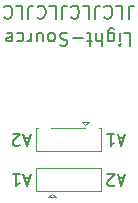
<source format=gto>
%TF.GenerationSoftware,KiCad,Pcbnew,5.1.0*%
%TF.CreationDate,2019-04-08T01:08:53+02:00*%
%TF.ProjectId,Illumination-PLCC4,496c6c75-6d69-46e6-9174-696f6e2d504c,rev?*%
%TF.SameCoordinates,Original*%
%TF.FileFunction,Legend,Top*%
%TF.FilePolarity,Positive*%
%FSLAX46Y46*%
G04 Gerber Fmt 4.6, Leading zero omitted, Abs format (unit mm)*
G04 Created by KiCad (PCBNEW 5.1.0) date 2019-04-08 01:08:53*
%MOMM*%
%LPD*%
G04 APERTURE LIST*
%ADD10C,0.160000*%
%ADD11C,0.150000*%
%ADD12C,0.120000*%
%ADD13R,1.500000X1.500000*%
%ADD14C,0.300000*%
%ADD15C,0.100000*%
%ADD16O,2.100000X2.100000*%
%ADD17R,2.100000X2.100000*%
%ADD18C,1.000200*%
G04 APERTURE END LIST*
D10*
X152580952Y-138102380D02*
X152580952Y-137316666D01*
X152633333Y-137159523D01*
X152738095Y-137054761D01*
X152895238Y-137002380D01*
X153000000Y-137002380D01*
X151533333Y-137002380D02*
X152057142Y-137002380D01*
X152057142Y-138102380D01*
X150538095Y-137107142D02*
X150590476Y-137054761D01*
X150747619Y-137002380D01*
X150852380Y-137002380D01*
X151009523Y-137054761D01*
X151114285Y-137159523D01*
X151166666Y-137264285D01*
X151219047Y-137473809D01*
X151219047Y-137630952D01*
X151166666Y-137840476D01*
X151114285Y-137945238D01*
X151009523Y-138050000D01*
X150852380Y-138102380D01*
X150747619Y-138102380D01*
X150590476Y-138050000D01*
X150538095Y-137997619D01*
X149752380Y-138102380D02*
X149752380Y-137316666D01*
X149804761Y-137159523D01*
X149909523Y-137054761D01*
X150066666Y-137002380D01*
X150171428Y-137002380D01*
X148704761Y-137002380D02*
X149228571Y-137002380D01*
X149228571Y-138102380D01*
X147709523Y-137107142D02*
X147761904Y-137054761D01*
X147919047Y-137002380D01*
X148023809Y-137002380D01*
X148180952Y-137054761D01*
X148285714Y-137159523D01*
X148338095Y-137264285D01*
X148390476Y-137473809D01*
X148390476Y-137630952D01*
X148338095Y-137840476D01*
X148285714Y-137945238D01*
X148180952Y-138050000D01*
X148023809Y-138102380D01*
X147919047Y-138102380D01*
X147761904Y-138050000D01*
X147709523Y-137997619D01*
X146923809Y-138102380D02*
X146923809Y-137316666D01*
X146976190Y-137159523D01*
X147080952Y-137054761D01*
X147238095Y-137002380D01*
X147342857Y-137002380D01*
X145876190Y-137002380D02*
X146400000Y-137002380D01*
X146400000Y-138102380D01*
X144880952Y-137107142D02*
X144933333Y-137054761D01*
X145090476Y-137002380D01*
X145195238Y-137002380D01*
X145352380Y-137054761D01*
X145457142Y-137159523D01*
X145509523Y-137264285D01*
X145561904Y-137473809D01*
X145561904Y-137630952D01*
X145509523Y-137840476D01*
X145457142Y-137945238D01*
X145352380Y-138050000D01*
X145195238Y-138102380D01*
X145090476Y-138102380D01*
X144933333Y-138050000D01*
X144880952Y-137997619D01*
X144095238Y-138102380D02*
X144095238Y-137316666D01*
X144147619Y-137159523D01*
X144252380Y-137054761D01*
X144409523Y-137002380D01*
X144514285Y-137002380D01*
X143047619Y-137002380D02*
X143571428Y-137002380D01*
X143571428Y-138102380D01*
X142052380Y-137107142D02*
X142104761Y-137054761D01*
X142261904Y-137002380D01*
X142366666Y-137002380D01*
X142523809Y-137054761D01*
X142628571Y-137159523D01*
X142680952Y-137264285D01*
X142733333Y-137473809D01*
X142733333Y-137630952D01*
X142680952Y-137840476D01*
X142628571Y-137945238D01*
X142523809Y-138050000D01*
X142366666Y-138102380D01*
X142261904Y-138102380D01*
X142104761Y-138050000D01*
X142052380Y-137997619D01*
X152214285Y-139302380D02*
X152738095Y-139302380D01*
X152738095Y-140402380D01*
X151847619Y-139302380D02*
X151847619Y-140035714D01*
X151847619Y-140402380D02*
X151900000Y-140350000D01*
X151847619Y-140297619D01*
X151795238Y-140350000D01*
X151847619Y-140402380D01*
X151847619Y-140297619D01*
X150852380Y-140035714D02*
X150852380Y-139145238D01*
X150904761Y-139040476D01*
X150957142Y-138988095D01*
X151061904Y-138935714D01*
X151219047Y-138935714D01*
X151323809Y-138988095D01*
X150852380Y-139354761D02*
X150957142Y-139302380D01*
X151166666Y-139302380D01*
X151271428Y-139354761D01*
X151323809Y-139407142D01*
X151376190Y-139511904D01*
X151376190Y-139826190D01*
X151323809Y-139930952D01*
X151271428Y-139983333D01*
X151166666Y-140035714D01*
X150957142Y-140035714D01*
X150852380Y-139983333D01*
X150328571Y-139302380D02*
X150328571Y-140402380D01*
X149857142Y-139302380D02*
X149857142Y-139878571D01*
X149909523Y-139983333D01*
X150014285Y-140035714D01*
X150171428Y-140035714D01*
X150276190Y-139983333D01*
X150328571Y-139930952D01*
X149490476Y-140035714D02*
X149071428Y-140035714D01*
X149333333Y-140402380D02*
X149333333Y-139459523D01*
X149280952Y-139354761D01*
X149176190Y-139302380D01*
X149071428Y-139302380D01*
X148704761Y-139721428D02*
X147866666Y-139721428D01*
X147395238Y-139354761D02*
X147238095Y-139302380D01*
X146976190Y-139302380D01*
X146871428Y-139354761D01*
X146819047Y-139407142D01*
X146766666Y-139511904D01*
X146766666Y-139616666D01*
X146819047Y-139721428D01*
X146871428Y-139773809D01*
X146976190Y-139826190D01*
X147185714Y-139878571D01*
X147290476Y-139930952D01*
X147342857Y-139983333D01*
X147395238Y-140088095D01*
X147395238Y-140192857D01*
X147342857Y-140297619D01*
X147290476Y-140350000D01*
X147185714Y-140402380D01*
X146923809Y-140402380D01*
X146766666Y-140350000D01*
X146138095Y-139302380D02*
X146242857Y-139354761D01*
X146295238Y-139407142D01*
X146347619Y-139511904D01*
X146347619Y-139826190D01*
X146295238Y-139930952D01*
X146242857Y-139983333D01*
X146138095Y-140035714D01*
X145980952Y-140035714D01*
X145876190Y-139983333D01*
X145823809Y-139930952D01*
X145771428Y-139826190D01*
X145771428Y-139511904D01*
X145823809Y-139407142D01*
X145876190Y-139354761D01*
X145980952Y-139302380D01*
X146138095Y-139302380D01*
X144828571Y-140035714D02*
X144828571Y-139302380D01*
X145300000Y-140035714D02*
X145300000Y-139459523D01*
X145247619Y-139354761D01*
X145142857Y-139302380D01*
X144985714Y-139302380D01*
X144880952Y-139354761D01*
X144828571Y-139407142D01*
X144304761Y-139302380D02*
X144304761Y-140035714D01*
X144304761Y-139826190D02*
X144252380Y-139930952D01*
X144200000Y-139983333D01*
X144095238Y-140035714D01*
X143990476Y-140035714D01*
X143152380Y-139354761D02*
X143257142Y-139302380D01*
X143466666Y-139302380D01*
X143571428Y-139354761D01*
X143623809Y-139407142D01*
X143676190Y-139511904D01*
X143676190Y-139826190D01*
X143623809Y-139930952D01*
X143571428Y-139983333D01*
X143466666Y-140035714D01*
X143257142Y-140035714D01*
X143152380Y-139983333D01*
X142261904Y-139354761D02*
X142366666Y-139302380D01*
X142576190Y-139302380D01*
X142680952Y-139354761D01*
X142733333Y-139459523D01*
X142733333Y-139878571D01*
X142680952Y-139983333D01*
X142576190Y-140035714D01*
X142366666Y-140035714D01*
X142261904Y-139983333D01*
X142209523Y-139878571D01*
X142209523Y-139773809D01*
X142733333Y-139669047D01*
D11*
X144214285Y-151583333D02*
X143738095Y-151583333D01*
X144309523Y-151297619D02*
X143976190Y-152297619D01*
X143642857Y-151297619D01*
X142785714Y-151297619D02*
X143357142Y-151297619D01*
X143071428Y-151297619D02*
X143071428Y-152297619D01*
X143166666Y-152154761D01*
X143261904Y-152059523D01*
X143357142Y-152011904D01*
X152214285Y-151583333D02*
X151738095Y-151583333D01*
X152309523Y-151297619D02*
X151976190Y-152297619D01*
X151642857Y-151297619D01*
X151357142Y-152202380D02*
X151309523Y-152250000D01*
X151214285Y-152297619D01*
X150976190Y-152297619D01*
X150880952Y-152250000D01*
X150833333Y-152202380D01*
X150785714Y-152107142D01*
X150785714Y-152011904D01*
X150833333Y-151869047D01*
X151404761Y-151297619D01*
X150785714Y-151297619D01*
X152214285Y-148183333D02*
X151738095Y-148183333D01*
X152309523Y-147897619D02*
X151976190Y-148897619D01*
X151642857Y-147897619D01*
X150785714Y-147897619D02*
X151357142Y-147897619D01*
X151071428Y-147897619D02*
X151071428Y-148897619D01*
X151166666Y-148754761D01*
X151261904Y-148659523D01*
X151357142Y-148611904D01*
X144214285Y-148183333D02*
X143738095Y-148183333D01*
X144309523Y-147897619D02*
X143976190Y-148897619D01*
X143642857Y-147897619D01*
X143357142Y-148802380D02*
X143309523Y-148850000D01*
X143214285Y-148897619D01*
X142976190Y-148897619D01*
X142880952Y-148850000D01*
X142833333Y-148802380D01*
X142785714Y-148707142D01*
X142785714Y-148611904D01*
X142833333Y-148469047D01*
X143404761Y-147897619D01*
X142785714Y-147897619D01*
D12*
X148600000Y-146850000D02*
X148900000Y-147150000D01*
X149200000Y-146850000D02*
X148600000Y-146850000D01*
X148900000Y-147150000D02*
X149200000Y-146850000D01*
X150250000Y-147400000D02*
X150250000Y-149350000D01*
X144750000Y-147400000D02*
X150250000Y-147400000D01*
X144750000Y-149350000D02*
X144750000Y-147400000D01*
X150250000Y-149350000D02*
X144750000Y-149350000D01*
X144750000Y-150750000D02*
X150250000Y-150750000D01*
X150250000Y-150750000D02*
X150250000Y-152700000D01*
X150250000Y-152700000D02*
X144750000Y-152700000D01*
X144750000Y-152700000D02*
X144750000Y-150750000D01*
X146100000Y-152950000D02*
X145800000Y-153250000D01*
X145800000Y-153250000D02*
X146400000Y-153250000D01*
X146400000Y-153250000D02*
X146100000Y-152950000D01*
%LPC*%
D13*
X146300000Y-148350000D03*
X148700000Y-148350000D03*
D14*
X149500000Y-148350000D03*
D15*
G36*
X148960982Y-149296157D02*
G01*
X148923463Y-149284776D01*
X148888886Y-149266294D01*
X148858579Y-149241421D01*
X148833590Y-149210940D01*
X148333590Y-148460940D01*
X148315144Y-148426343D01*
X148303802Y-148388813D01*
X148300000Y-148349791D01*
X148303884Y-148310777D01*
X148315304Y-148273270D01*
X148333590Y-148239060D01*
X148833590Y-147489060D01*
X148858431Y-147458727D01*
X148888712Y-147433822D01*
X148923270Y-147415304D01*
X148960777Y-147403884D01*
X149000000Y-147400000D01*
X150000000Y-147400000D01*
X150039018Y-147403843D01*
X150076537Y-147415224D01*
X150111114Y-147433706D01*
X150141421Y-147458579D01*
X150166294Y-147488886D01*
X150184776Y-147523463D01*
X150196157Y-147560982D01*
X150200000Y-147600000D01*
X150200000Y-149100000D01*
X150196157Y-149139018D01*
X150184776Y-149176537D01*
X150166294Y-149211114D01*
X150141421Y-149241421D01*
X150111114Y-149266294D01*
X150076537Y-149284776D01*
X150039018Y-149296157D01*
X150000000Y-149300000D01*
X149000000Y-149300000D01*
X148960982Y-149296157D01*
X148960982Y-149296157D01*
G37*
D14*
X145500000Y-148350000D03*
D15*
G36*
X146039018Y-147403843D02*
G01*
X146076537Y-147415224D01*
X146111114Y-147433706D01*
X146141421Y-147458579D01*
X146166410Y-147489060D01*
X146666410Y-148239060D01*
X146684856Y-148273657D01*
X146696198Y-148311187D01*
X146700000Y-148350209D01*
X146696116Y-148389223D01*
X146684696Y-148426730D01*
X146666410Y-148460940D01*
X146166410Y-149210940D01*
X146141569Y-149241273D01*
X146111288Y-149266178D01*
X146076730Y-149284696D01*
X146039223Y-149296116D01*
X146000000Y-149300000D01*
X145000000Y-149300000D01*
X144960982Y-149296157D01*
X144923463Y-149284776D01*
X144888886Y-149266294D01*
X144858579Y-149241421D01*
X144833706Y-149211114D01*
X144815224Y-149176537D01*
X144803843Y-149139018D01*
X144800000Y-149100000D01*
X144800000Y-147600000D01*
X144803843Y-147560982D01*
X144815224Y-147523463D01*
X144833706Y-147488886D01*
X144858579Y-147458579D01*
X144888886Y-147433706D01*
X144923463Y-147415224D01*
X144960982Y-147403843D01*
X145000000Y-147400000D01*
X146000000Y-147400000D01*
X146039018Y-147403843D01*
X146039018Y-147403843D01*
G37*
D14*
X149500000Y-151750000D03*
D15*
G36*
X148960982Y-152696157D02*
G01*
X148923463Y-152684776D01*
X148888886Y-152666294D01*
X148858579Y-152641421D01*
X148833590Y-152610940D01*
X148333590Y-151860940D01*
X148315144Y-151826343D01*
X148303802Y-151788813D01*
X148300000Y-151749791D01*
X148303884Y-151710777D01*
X148315304Y-151673270D01*
X148333590Y-151639060D01*
X148833590Y-150889060D01*
X148858431Y-150858727D01*
X148888712Y-150833822D01*
X148923270Y-150815304D01*
X148960777Y-150803884D01*
X149000000Y-150800000D01*
X150000000Y-150800000D01*
X150039018Y-150803843D01*
X150076537Y-150815224D01*
X150111114Y-150833706D01*
X150141421Y-150858579D01*
X150166294Y-150888886D01*
X150184776Y-150923463D01*
X150196157Y-150960982D01*
X150200000Y-151000000D01*
X150200000Y-152500000D01*
X150196157Y-152539018D01*
X150184776Y-152576537D01*
X150166294Y-152611114D01*
X150141421Y-152641421D01*
X150111114Y-152666294D01*
X150076537Y-152684776D01*
X150039018Y-152696157D01*
X150000000Y-152700000D01*
X149000000Y-152700000D01*
X148960982Y-152696157D01*
X148960982Y-152696157D01*
G37*
D14*
X145500000Y-151750000D03*
D15*
G36*
X146039018Y-150803843D02*
G01*
X146076537Y-150815224D01*
X146111114Y-150833706D01*
X146141421Y-150858579D01*
X146166410Y-150889060D01*
X146666410Y-151639060D01*
X146684856Y-151673657D01*
X146696198Y-151711187D01*
X146700000Y-151750209D01*
X146696116Y-151789223D01*
X146684696Y-151826730D01*
X146666410Y-151860940D01*
X146166410Y-152610940D01*
X146141569Y-152641273D01*
X146111288Y-152666178D01*
X146076730Y-152684696D01*
X146039223Y-152696116D01*
X146000000Y-152700000D01*
X145000000Y-152700000D01*
X144960982Y-152696157D01*
X144923463Y-152684776D01*
X144888886Y-152666294D01*
X144858579Y-152641421D01*
X144833706Y-152611114D01*
X144815224Y-152576537D01*
X144803843Y-152539018D01*
X144800000Y-152500000D01*
X144800000Y-151000000D01*
X144803843Y-150960982D01*
X144815224Y-150923463D01*
X144833706Y-150888886D01*
X144858579Y-150858579D01*
X144888886Y-150833706D01*
X144923463Y-150815224D01*
X144960982Y-150803843D01*
X145000000Y-150800000D01*
X146000000Y-150800000D01*
X146039018Y-150803843D01*
X146039018Y-150803843D01*
G37*
D13*
X146300000Y-151750000D03*
X148700000Y-151750000D03*
D16*
X143690000Y-142500000D03*
X146230000Y-142500000D03*
X148770000Y-142500000D03*
D17*
X151310000Y-142500000D03*
D18*
X143000000Y-153750000D03*
X152000000Y-153750000D03*
M02*

</source>
